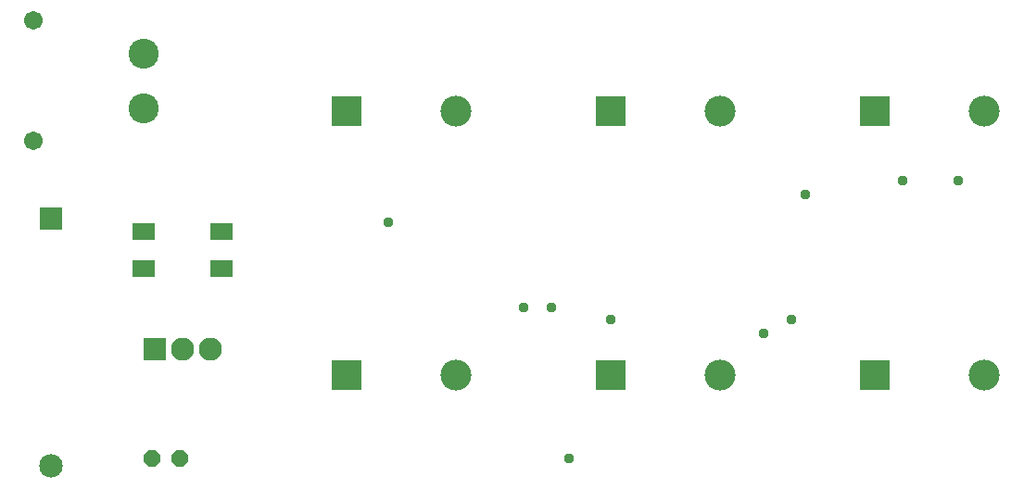
<source format=gbr>
G04 EAGLE Gerber RS-274X export*
G75*
%MOMM*%
%FSLAX34Y34*%
%LPD*%
%INSoldermask Top*%
%IPPOS*%
%AMOC8*
5,1,8,0,0,1.08239X$1,22.5*%
G01*
%ADD10R,2.828200X2.828200*%
%ADD11C,2.828200*%
%ADD12C,2.753200*%
%ADD13C,1.711200*%
%ADD14P,1.649562X8X22.500000*%
%ADD15R,2.123200X2.123200*%
%ADD16C,2.123200*%
%ADD17R,2.003200X1.603200*%
%ADD18R,2.153200X2.153200*%
%ADD19C,2.153200*%
%ADD20C,0.959600*%


D10*
X330200Y368300D03*
D11*
X430200Y368300D03*
D10*
X571500Y368300D03*
D11*
X671500Y368300D03*
D10*
X812800Y368300D03*
D11*
X912800Y368300D03*
D10*
X812800Y127000D03*
D11*
X912800Y127000D03*
D10*
X571500Y127000D03*
D11*
X671500Y127000D03*
D10*
X330200Y127000D03*
D11*
X430200Y127000D03*
D12*
X144210Y371240D03*
X144210Y421240D03*
D13*
X44210Y451240D03*
X44210Y341240D03*
D14*
X152400Y50800D03*
X177800Y50800D03*
D15*
X154940Y151130D03*
D16*
X180340Y151130D03*
X205740Y151130D03*
D17*
X215900Y258300D03*
X215900Y224300D03*
X144780Y224300D03*
X144780Y258300D03*
D18*
X59690Y270510D03*
D19*
X59690Y44510D03*
D20*
X368300Y266700D03*
X491490Y189230D03*
X516890Y189230D03*
X838200Y304800D03*
X889000Y304800D03*
X711200Y165100D03*
X749300Y292100D03*
X571500Y177800D03*
X533400Y50800D03*
X736600Y177800D03*
M02*

</source>
